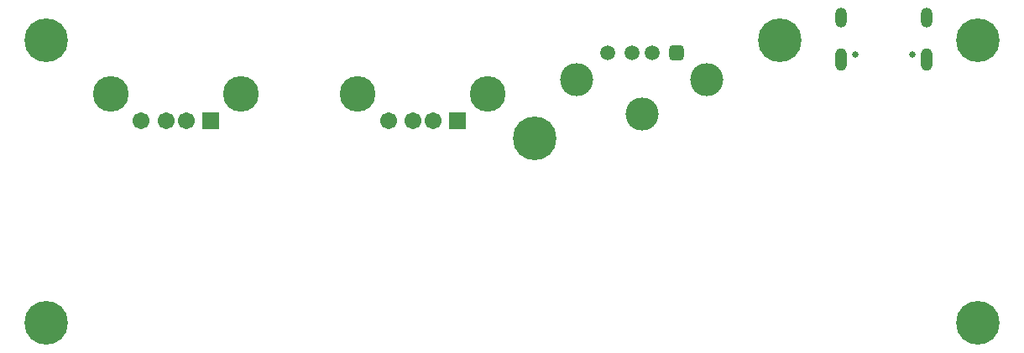
<source format=gbr>
%TF.GenerationSoftware,KiCad,Pcbnew,8.0.4*%
%TF.CreationDate,2024-10-24T20:47:50-05:00*%
%TF.ProjectId,numlocked_HUB,6e756d6c-6f63-46b6-9564-5f4855422e6b,rev?*%
%TF.SameCoordinates,Original*%
%TF.FileFunction,Soldermask,Bot*%
%TF.FilePolarity,Negative*%
%FSLAX46Y46*%
G04 Gerber Fmt 4.6, Leading zero omitted, Abs format (unit mm)*
G04 Created by KiCad (PCBNEW 8.0.4) date 2024-10-24 20:47:50*
%MOMM*%
%LPD*%
G01*
G04 APERTURE LIST*
G04 Aperture macros list*
%AMRoundRect*
0 Rectangle with rounded corners*
0 $1 Rounding radius*
0 $2 $3 $4 $5 $6 $7 $8 $9 X,Y pos of 4 corners*
0 Add a 4 corners polygon primitive as box body*
4,1,4,$2,$3,$4,$5,$6,$7,$8,$9,$2,$3,0*
0 Add four circle primitives for the rounded corners*
1,1,$1+$1,$2,$3*
1,1,$1+$1,$4,$5*
1,1,$1+$1,$6,$7*
1,1,$1+$1,$8,$9*
0 Add four rect primitives between the rounded corners*
20,1,$1+$1,$2,$3,$4,$5,0*
20,1,$1+$1,$4,$5,$6,$7,0*
20,1,$1+$1,$6,$7,$8,$9,0*
20,1,$1+$1,$8,$9,$2,$3,0*%
G04 Aperture macros list end*
%ADD10C,4.400000*%
%ADD11C,0.650000*%
%ADD12O,1.204000X2.304000*%
%ADD13O,1.204000X2.004000*%
%ADD14RoundRect,0.102000X0.754000X0.754000X-0.754000X0.754000X-0.754000X-0.754000X0.754000X-0.754000X0*%
%ADD15C,1.712000*%
%ADD16C,3.600000*%
%ADD17RoundRect,0.377000X0.377000X0.377000X-0.377000X0.377000X-0.377000X-0.377000X0.377000X-0.377000X0*%
%ADD18C,1.508000*%
%ADD19C,3.340000*%
G04 APERTURE END LIST*
D10*
%TO.C,H3*%
X92000000Y-42500000D03*
%TD*%
%TO.C,H6*%
X92000000Y-71000000D03*
%TD*%
D11*
%TO.C,J1*%
X179367500Y-43880000D03*
X173587500Y-43880000D03*
D12*
X180797500Y-44380000D03*
X172157500Y-44380000D03*
D13*
X180797500Y-40200000D03*
X172157500Y-40200000D03*
%TD*%
D14*
%TO.C,J3*%
X133500000Y-50570000D03*
D15*
X131000000Y-50570000D03*
X129000000Y-50570000D03*
X126500000Y-50570000D03*
D16*
X136570000Y-47860000D03*
X123430000Y-47860000D03*
%TD*%
D10*
%TO.C,H4*%
X186000000Y-71000000D03*
%TD*%
D14*
%TO.C,J4*%
X108600000Y-50570000D03*
D15*
X106100000Y-50570000D03*
X104100000Y-50570000D03*
X101600000Y-50570000D03*
D16*
X111670000Y-47860000D03*
X98530000Y-47860000D03*
%TD*%
D10*
%TO.C,H1*%
X186000000Y-42500000D03*
%TD*%
%TO.C,H2*%
X141300000Y-52400000D03*
%TD*%
%TO.C,H2*%
X166000000Y-42500000D03*
%TD*%
D17*
%TO.C,J2*%
X155600000Y-43705000D03*
D18*
X153100000Y-43705000D03*
X151100000Y-43705000D03*
X148600000Y-43705000D03*
D19*
X158670000Y-46415000D03*
X152100000Y-49915000D03*
X145530000Y-46415000D03*
%TD*%
M02*

</source>
